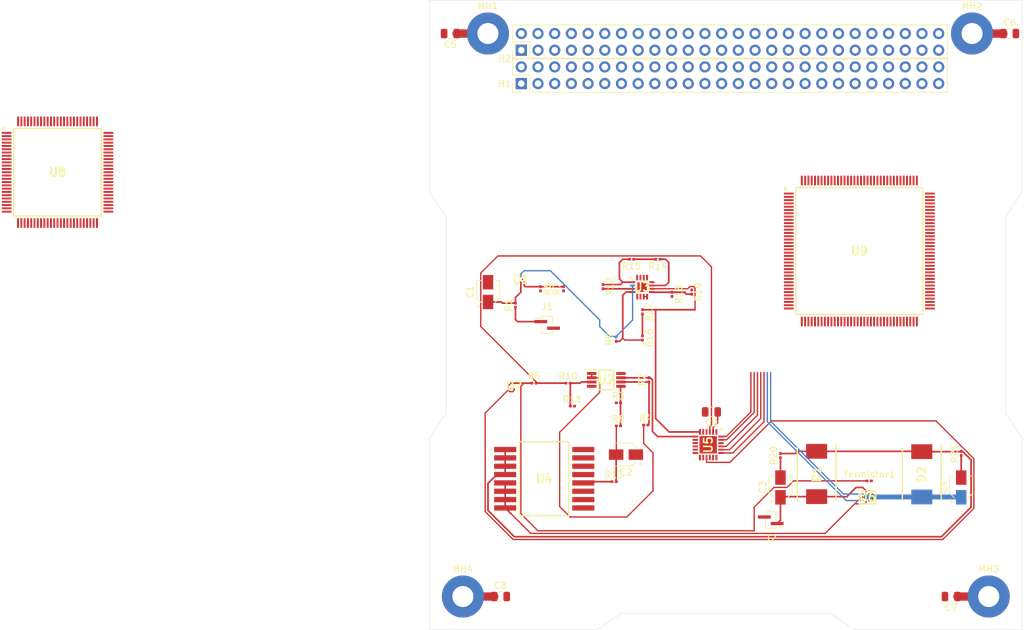
<source format=kicad_pcb>
(kicad_pcb (version 20241229) (generator "pcbnew") (generator_version "9.0")
  (layers (0 "F.Cu" signal) (2 "B.Cu" signal) (13 "F.Paste" user) (15 "B.Paste" user) (5 "F.SilkS" user "F.Silkscreen") (7 "B.SilkS" user "B.Silkscreen") (1 "F.Mask" user) (3 "B.Mask" user) (25 "Edge.Cuts" user))
  (net 0 "")
  (net 1 "GND")
  (net 2 "Net-(U1-+IN)")
  (net 3 "Net-(C2-Pad2)")
  (net 4 "Net-(D1-A)")
  (net 5 "Net-(C3-Pad2)")
  (net 6 "Net-(C4-Pad2)")
  (net 7 "Net-(C5-Pad1)")
  (net 8 "Net-(C6-Pad1)")
  (net 9 "Net-(C7-Pad1)")
  (net 10 "Net-(C8-Pad1)")
  (net 11 "Net-(U5-REGCAP)")
  (net 12 "/+BATTERY")
  (net 69 "+3V3")
  (net 75 "+5V")
  (net 82 "+BATT")
  (net 108 "Net-(J1-Pin_1)")
  (net 109 "/+HALL")
  (net 110 "Net-(U2--IN_B)")
  (net 111 "Net-(U2-+IN_B)")
  (net 112 "Net-(U2--IN_A)")
  (net 113 "Net-(U7-+IN)")
  (net 114 "/REFOUT")
  (net 115 "Net-(U1--IN)")
  (net 116 "Net-(U1-OUT)")
  (net 117 "Net-(U3-+FB)")
  (net 118 "Net-(U2-+IN_A)")
  (net 119 "Net-(U3--IN)")
  (net 120 "Net-(U3--FB)")
  (net 121 "Net-(U4-VIOUT)")
  (net 122 "Net-(R14-Pad2)")
  (net 123 "/-VBAT")
  (net 124 "Net-(R16-Pad1)")
  (net 125 "/+VBAT")
  (net 126 "/VOCM1")
  (net 130 "/+LOAD")
  (net 133 "/OUT CAD")
  (net 134 "/TEMP")
  (net 136 "/RESET")
  (net 140 "/MOSI MC")
  (net 144 "/CLOCK MC")
  (net 145 "/CS")
  (net 147 "/GIOA")
  (net 149 "/CONTROL1")
  (net 153 "/CONTROL2")
  (net 401 "/EPS")
  (footprint "Capacitor_SMD:C_0805_2012Metric" (layer "F.Cu") (at 104.775 55.885 180)
    (property "Reference" "C5")
    (property "Value" "0.1uF")
  )
  (footprint "Capacitor_SMD:C_0805_2012Metric" (layer "F.Cu") (at 189.865 55.885)
    (property "Reference" "C6")
    (property "Value" "0.1uF")
  )
  (footprint "Capacitor_SMD:C_0805_2012Metric" (layer "F.Cu") (at 180.975 141.61 180)
    (property "Reference" "C7")
    (property "Value" "0.1uF")
  )
  (footprint "Capacitor_SMD:C_0805_2012Metric" (layer "F.Cu") (at 112.395 141.61)
    (property "Reference" "C8")
    (property "Value" "0.1uF")
  )
  (footprint "Connector_PinHeader_2.54mm:PinHeader_2x26_P2.54mm_Vertical" (layer "F.Cu") (at 115.57 63.5 90)
    (property "Reference" "H1")
    (property "Value" "Stack Header")
  )
  (footprint "Connector_PinHeader_2.54mm:PinHeader_2x26_P2.54mm_Vertical" (layer "F.Cu") (at 115.57 58.42 90)
    (property "Reference" "H2")
    (property "Value" "Stack Header")
  )
  (footprint "MountingHole:MountingHole_3.2mm_M3_Pad" (layer "F.Cu") (at 110.49 55.88)
    (property "Reference" "MH1")
    (property "Value" "M3")
  )
  (footprint "MountingHole:MountingHole_3.2mm_M3_Pad" (layer "F.Cu") (at 184.15 55.88)
    (property "Reference" "MH2")
    (property "Value" "M3")
  )
  (footprint "MountingHole:MountingHole_3.2mm_M3_Pad" (layer "F.Cu") (at 186.69 141.61)
    (property "Reference" "MH3")
    (property "Value" "M3")
  )
  (footprint "MountingHole:MountingHole_3.2mm_M3_Pad" (layer "F.Cu") (at 106.68 141.61)
    (property "Reference" "MH4")
    (property "Value" "M3")
  )
  (footprint "Resistor_SMD:R_0201_0603Metric" (layer "F.Cu") (at 114.68 97.25 90)
    (property "Reference" "R1")
    (property "Value" "100")
  )
  (footprint "Resistor_SMD:R_0201_0603Metric" (layer "F.Cu") (at 130.345 112.12)
    (property "Reference" "R3")
    (property "Value" "50,5k")
  )
  (footprint "Huellas BMS:AD8605ACBZREEL7" (layer "F.Cu") (at 115.75 93.317)
    (property "Reference" "U1")
    (property "Value" "AD8605ACBZ-REEL7" (hide yes))
  )
  (footprint "Resistor_SMD:R_0201_0603Metric" (layer "F.Cu") (at 136.345 90.25 180)
    (property "Reference" "R14")
    (property "Value" "210")
  )
  (footprint "Resistor_SMD:R_0201_0603Metric" (layer "F.Cu") (at 129.68 124.12)
    (property "Reference" "R13")
    (property "Value" "100")
  )
  (footprint "Huellas BMS:QFP50P1600X1600X160-100N" (layer "F.Cu") (at 45 77)
    (property "Reference" "U8")
    (property "Value" "STM32G474VET6" (hide yes))
  )
  (footprint "Capacitor_SMD:CP_Elec_3x5.3" (layer "F.Cu") (at 155 125 90)
    (property "Reference" "C3")
    (property "Value" "10n")
  )
  (footprint "Huellas BMS:QFP50P2200X2200X160-144N" (layer "F.Cu") (at 167 89)
    (property "Reference" "U9")
    (property "Value" "TMS5703137DPGEQQ1" (hide yes))
  )
  (footprint "Resistor_SMD:R_0201_0603Metric" (layer "F.Cu") (at 134.5 115.5)
    (property "Reference" "R4")
    (property "Value" "80,6K")
  )
  (footprint "Huellas BMS:QFN50P400X400X80-25N-D" (layer "F.Cu") (at 144 118.5 -90)
    (property "Reference" "U5")
    (property "Value" "AD7091R-8BCPZ-RL7" (hide yes))
  )
  (footprint "Resistor_SMD:R_0201_0603Metric" (layer "F.Cu") (at 134 102.2375 -90)
    (property "Reference" "R16")
    (property "Value" "1870")
  )
  (footprint "Resistor_SMD:R_0201_0603Metric" (layer "F.Cu") (at 123.345 112.62)
    (property "Reference" "R11")
    (property "Value" "10K")
  )
  (footprint "Capacitor_SMD:C_0805_2012Metric" (layer "F.Cu") (at 144.5 113.5 180)
    (property "Reference" "C9")
    (property "Value" "10u")
  )
  (footprint "Resistor_SMD:R_0201_0603Metric" (layer "F.Cu") (at 141.5 95.25 -90)
    (property "Reference" "R19")
    (property "Value" "10K")
  )
  (footprint "Huellas BMS:AD8605ACBZREEL7" (layer "F.Cu") (at 114.25 109.553 180)
    (property "Reference" "U7")
    (property "Value" "AD8605ACBZ-REEL7" (hide yes))
  )
  (footprint "Huellas BMS:DIOM8059X256N" (layer "F.Cu") (at 176.5 123 -90)
    (property "Reference" "D2")
    (property "Value" "SS14" (hide yes))
  )
  (footprint "Resistor_SMD:R_0201_0603Metric" (layer "F.Cu") (at 122 94.75 90)
    (property "Reference" "R7")
    (property "Value" "10K")
  )
  (footprint "Capacitor_SMD:CP_Elec_3x5.3" (layer "F.Cu") (at 182.5 125 90)
    (property "Reference" "C4")
    (property "Value" "10n")
  )
  (footprint "Resistor_SMD:R_0201_0603Metric" (layer "F.Cu") (at 155 120.155 90)
    (property "Reference" "R20")
    (property "Value" "10")
  )
  (footprint "Resistor_SMD:R_0201_0603Metric" (layer "F.Cu") (at 122.68 109.12)
    (property "Reference" "R10")
    (property "Value" "40,2K")
  )
  (footprint "Connector_PinSocket_1.00mm:PinSocket_1x02_P1.00mm_Vertical_SMD_Pin1Left" (layer "F.Cu") (at 153.525 130 180)
    (property "Reference" "J2")
    (property "Value" "Battery")
  )
  (footprint "Resistor_SMD:R_0201_0603Metric" (layer "F.Cu") (at 182.5 119.82 90)
    (property "Reference" "R21")
    (property "Value" "10")
  )
  (footprint "Resistor_SMD:R_0201_0603Metric" (layer "F.Cu") (at 117.5 109.12)
    (property "Reference" "R5")
    (property "Value" "10k")
  )
  (footprint "Capacitor_SMD:CP_Elec_3x5.3" (layer "F.Cu") (at 110.5 95.25 90)
    (property "Reference" "C1")
    (property "Value" "1n")
  )
  (footprint "Resistor_SMD:R_0201_0603Metric" (layer "F.Cu") (at 118.5 94.75 -90)
    (property "Reference" "R6")
    (property "Value" "10K")
  )
  (footprint "Huellas BMS:SOP65P490X110-8N" (layer "F.Cu") (at 128.5 108.62)
    (property "Reference" "U2")
    (property "Value" "AD8606ARMZ-REEL" (hide yes))
  )
  (footprint "Resistor_SMD:R_0201_0603Metric" (layer "F.Cu") (at 138.5 95.595 -90)
    (property "Reference" "R18")
    (property "Value" "10K")
  )
  (footprint "Huellas BMS:QFN50P300X300X80-17N-D" (layer "F.Cu") (at 133.95 94.5)
    (property "Reference" "U3")
    (property "Value" "ADA4940-1ACPZ-R7" (hide yes))
  )
  (footprint "Resistor_SMD:R_0201_0603Metric" (layer "F.Cu") (at 132.345 90.25 180)
    (property "Reference" "R15")
    (property "Value" "1870")
  )
  (footprint "Resistor_SMD:R_0201_0603Metric" (layer "F.Cu") (at 130.345 115.62)
    (property "Reference" "R8")
    (property "Value" "80,6K")
  )
  (footprint "Capacitor_SMD:CP_Elec_3x5.3" (layer "F.Cu") (at 131.5 120 180)
    (property "Reference" "C2")
    (property "Value" "1n")
  )
  (footprint "Resistor_SMD:R_0201_0603Metric" (layer "F.Cu") (at 130 102.43 90)
    (property "Reference" "R9")
    (property "Value" "1000")
  )
  (footprint "Huellas BMS:DIOM8059X256N" (layer "F.Cu") (at 160.5 122.95 -90)
    (property "Reference" "D1")
    (property "Value" "SS14" (hide yes))
  )
  (footprint "Resistor_SMD:R_0201_0603Metric" (layer "F.Cu") (at 128 94.43 -90)
    (property "Reference" "R12")
    (property "Value" "1000")
  )
  (footprint "Huellas BMS:BGA12C50P4X3_228X170X62" (layer "F.Cu") (at 168.25 126.5)
    (property "Reference" "U6")
    (property "Value" "CSD86311W1723" (hide yes))
  )
  (footprint "Resistor_SMD:R_0201_0603Metric" (layer "F.Cu") (at 168.5 124)
    (property "Reference" "Termistor1")
    (property "Value" "10k")
  )
  (footprint "Huellas BMS:ACS37002LMCA050U5" (layer "F.Cu") (at 119.057 123.675)
    (property "Reference" "U4")
    (property "Value" "ACS37002LMCATR-050B5" (hide yes))
  )
  (footprint "Connector_PinSocket_1.00mm:PinSocket_1x02_P1.00mm_Vertical_SMD_Pin1Left" (layer "F.Cu") (at 119.5 100.25)
    (property "Reference" "J1")
    (property "Value" "Battery")
  )
  (footprint "Resistor_SMD:R_0201_0603Metric" (layer "F.Cu") (at 134 98.2625 -90)
    (property "Reference" "R17")
    (property "Value" "210")
  )
  (footprint "Resistor_SMD:R_0201_0603Metric" (layer "F.Cu") (at 135 108.62 90)
    (property "Reference" "R2")
    (property "Value" "50,5K")
  )
  (gr_line (start 191.77 146.69) (end 166.37 146.69) (stroke (width 0.05)) (layer "Edge.Cuts"))
  (gr_line (start 127 146.69) (end 130.81 144.15) (stroke (width 0.05)) (layer "Edge.Cuts"))
  (gr_line (start 104.14 83.82) (end 104.14 113.67) (stroke (width 0.05)) (layer "Edge.Cuts"))
  (gr_line (start 191.77 117.48) (end 191.77 146.69) (stroke (width 0.05)) (layer "Edge.Cuts"))
  (gr_line (start 101.6 80.01) (end 101.6 50.8) (stroke (width 0.05)) (layer "Edge.Cuts"))
  (gr_line (start 191.77 80.01) (end 191.77 50.8) (stroke (width 0.05)) (layer "Edge.Cuts"))
  (gr_line (start 101.6 80.01) (end 104.14 83.82) (stroke (width 0.05)) (layer "Edge.Cuts"))
  (gr_line (start 191.77 117.48) (end 189.23 113.67) (stroke (width 0.05)) (layer "Edge.Cuts"))
  (gr_line (start 189.23 113.67) (end 189.23 83.82) (stroke (width 0.05)) (layer "Edge.Cuts"))
  (gr_line (start 130.81 144.145) (end 162.56 144.15) (stroke (width 0.05)) (layer "Edge.Cuts"))
  (gr_line (start 104.14 113.67) (end 101.6 117.48) (stroke (width 0.05)) (layer "Edge.Cuts"))
  (gr_line (start 189.23 83.82) (end 191.77 80.01) (stroke (width 0.05)) (layer "Edge.Cuts"))
  (gr_line (start 162.56 144.15) (end 166.37 146.69) (stroke (width 0.05)) (layer "Edge.Cuts"))
  (gr_line (start 101.6 50.8) (end 191.77 50.8) (stroke (width 0.05)) (layer "Edge.Cuts"))
  (gr_line (start 101.6 146.69) (end 127 146.69) (stroke (width 0.05)) (layer "Edge.Cuts"))
  (gr_line (start 101.6 117.48) (end 101.6 146.69) (stroke (width 0.05)) (layer "Edge.Cuts"))
  (segment (start 114.68 96.93) (end 112.68 96.93) (width 0.25) (layer "F.Cu") (net 2))
  (segment (start 115.5 95.25) (end 115.5 93.75) (width 0.25) (layer "F.Cu") (net 2))
  (segment (start 114.68 96.93) (end 114.68 96.07) (width 0.25) (layer "F.Cu") (net 2))
  (segment (start 112.5 96.75) (end 110.5 96.75) (width 0.25) (layer "F.Cu") (net 2))
  (segment (start 112.68 96.93) (end 112.5 96.75) (width 0.25) (layer "F.Cu") (net 2))
  (segment (start 114.68 96.07) (end 115.5 95.25) (width 0.25) (layer "F.Cu") (net 2))
  (segment (start 130.025 119.975) (end 130 120) (width 0.2) (layer "F.Cu") (net 3))
  (segment (start 130 124.12) (end 130 123.62) (width 0.254) (layer "F.Cu") (net 3))
  (segment (start 130 123.57) (end 130 120) (width 0.254) (layer "F.Cu") (net 3))
  (segment (start 130.025 115.62) (end 130.025 119.975) (width 0.2) (layer "F.Cu") (net 3))
  (segment (start 165.1 126.4) (end 166.5 125) (width 0.254) (layer "F.Cu") (net 4))
  (segment (start 155.5 126.5) (end 155.6 126.4) (width 0.254) (layer "F.Cu") (net 4))
  (segment (start 155 126.5) (end 155 130) (width 0.254) (layer "F.Cu") (net 4))
  (segment (start 160.5 126.4) (end 165.1 126.4) (width 0.254) (layer "F.Cu") (net 4))
  (segment (start 166.5 125) (end 167.5 125) (width 0.254) (layer "F.Cu") (net 4))
  (segment (start 168 125.5) (end 168 126) (width 0.254) (layer "F.Cu") (net 4))
  (segment (start 155 126.5) (end 155.5 126.5) (width 0.254) (layer "F.Cu") (net 4))
  (segment (start 167.5 125) (end 168 125.5) (width 0.254) (layer "F.Cu") (net 4))
  (segment (start 155.6 126.4) (end 160.5 126.4) (width 0.254) (layer "F.Cu") (net 4))
  (segment (start 155 130) (end 154.5 130.5) (width 0.254) (layer "F.Cu") (net 4))
  (segment (start 155 120.475) (end 155 123.5) (width 0.254) (layer "F.Cu") (net 5))
  (segment (start 182.5 120.14) (end 182.5 123.5) (width 0.254) (layer "F.Cu") (net 6))
  (segment (start 110.485 55.885) (end 110.49 55.88) (width 1.27) (layer "F.Cu") (net 7))
  (segment (start 105.725 55.885) (end 110.485 55.885) (width 1.27) (layer "F.Cu") (net 7))
  (segment (start 188.915 55.885) (end 184.155 55.885) (width 1.27) (layer "F.Cu") (net 8))
  (segment (start 184.155 55.885) (end 184.15 55.88) (width 1.27) (layer "F.Cu") (net 8))
  (segment (start 181.925 141.61) (end 186.69 141.61) (width 1.27) (layer "F.Cu") (net 9))
  (segment (start 111.445 141.61) (end 106.68 141.61) (width 1.27) (layer "F.Cu") (net 10))
  (segment (start 145.45 115.173) (end 144.75 115.873) (width 0.2) (layer "F.Cu") (net 11))
  (segment (start 144.75 115.873) (end 144.75 116.55) (width 0.2) (layer "F.Cu") (net 11))
  (segment (start 145.45 113.5) (end 145.45 115.173) (width 0.2) (layer "F.Cu") (net 11))
  (segment (start 111.834 123.04) (end 113.114 123.04) (width 0.254) (layer "F.Cu") (net 12))
  (segment (start 113.114 119.23) (end 113.114 120.5) (width 0.254) (layer "F.Cu") (net 12))
  (segment (start 182.699999 119.5) (end 184 120.800001) (width 0.254) (layer "F.Cu") (net 12))
  (segment (start 113.114 123.04) (end 113.114 121.77) (width 0.254) (layer "F.Cu") (net 12))
  (segment (start 184 128) (end 179.5 132.5) (width 0.254) (layer "F.Cu") (net 12))
  (segment (start 176.45 119.5) (end 176.5 119.55) (width 0.254) (layer "F.Cu") (net 12))
  (segment (start 157.5 119.5) (end 157.335 119.835) (width 0.254) (layer "F.Cu") (net 12))
  (segment (start 182.45 119.55) (end 182.5 119.5) (width 0.254) (layer "F.Cu") (net 12))
  (segment (start 184 120.800001) (end 184 128) (width 0.254) (layer "F.Cu") (net 12))
  (segment (start 179.5 132.5) (end 114.5 132.5) (width 0.254) (layer "F.Cu") (net 12))
  (segment (start 113.114 121.77) (end 113.114 120.5) (width 0.254) (layer "F.Cu") (net 12))
  (segment (start 160.5 119.5) (end 157.5 119.5) (width 0.254) (layer "F.Cu") (net 12))
  (segment (start 110.5 124.374) (end 111.834 123.04) (width 0.254) (layer "F.Cu") (net 12))
  (segment (start 182.5 119.5) (end 182.699999 119.5) (width 0.254) (layer "F.Cu") (net 12))
  (segment (start 114.5 132.5) (end 110.5 128.5) (width 0.254) (layer "F.Cu") (net 12))
  (segment (start 157.335 119.835) (end 155 119.835) (width 0.254) (layer "F.Cu") (net 12))
  (segment (start 176.5 119.55) (end 182.45 119.55) (width 0.254) (layer "F.Cu") (net 12))
  (segment (start 160.5 119.5) (end 176.45 119.5) (width 0.254) (layer "F.Cu") (net 12))
  (segment (start 110.5 128.5) (end 110.5 124.374) (width 0.254) (layer "F.Cu") (net 12))
  (segment (start 134.7 95.95) (end 134.2 95.95) (width 0.2) (layer "F.Cu") (net 75))
  (segment (start 114.68 99.43) (end 115 99.75) (width 0.25) (layer "F.Cu") (net 108))
  (segment (start 115 99.75) (end 118.525 99.75) (width 0.25) (layer "F.Cu") (net 108))
  (segment (start 114.68 97.57) (end 114.68 99.43) (width 0.25) (layer "F.Cu") (net 108))
  (segment (start 135 108.3) (end 135.199999 108.3) (width 0.25) (layer "F.Cu") (net 109))
  (segment (start 135.199999 108.3) (end 135.526 108.626001) (width 0.25) (layer "F.Cu") (net 109))
  (segment (start 135.526 108.626001) (end 135.526 116.474) (width 0.25) (layer "F.Cu") (net 109))
  (segment (start 130.73 108.3) (end 130.725 108.295) (width 0.25) (layer "F.Cu") (net 109))
  (segment (start 135 108.3) (end 130.73 108.3) (width 0.25) (layer "F.Cu") (net 109))
  (segment (start 135.526 116.474) (end 136.302 117.25) (width 0.25) (layer "F.Cu") (net 109))
  (segment (start 136.302 117.25) (end 142.05 117.25) (width 0.25) (layer "F.Cu") (net 109))
  (segment (start 135 115.32) (end 134.82 115.5) (width 0.25) (layer "F.Cu") (net 110))
  (segment (start 135 108.94) (end 130.73 108.94) (width 0.25) (layer "F.Cu") (net 110))
  (segment (start 130.73 108.94) (end 130.725 108.945) (width 0.25) (layer "F.Cu") (net 110))
  (segment (start 135 108.94) (end 135 115.32) (width 0.25) (layer "F.Cu") (net 110))
  (segment (start 130.665 112.12) (end 130.665 115.62) (width 0.254) (layer "F.Cu") (net 111))
  (segment (start 130.665 109.655) (end 130.725 109.595) (width 0.254) (layer "F.Cu") (net 111))
  (segment (start 130.665 112.12) (end 130.665 109.655) (width 0.254) (layer "F.Cu") (net 111))
  (segment (start 134.18 118.298) (end 134.18 115.5) (width 0.2) (layer "F.Cu") (net 112))
  (segment (start 127.2 108.295) (end 127.5 108.595) (width 0.2) (layer "F.Cu") (net 112))
  (segment (start 127.5 108.595) (end 127.5 110.5) (width 0.2) (layer "F.Cu") (net 112))
  (segment (start 127.5 110.5) (end 121.401 116.599) (width 0.2) (layer "F.Cu") (net 112))
  (segment (start 126.275 108.295) (end 127.2 108.295) (width 0.2) (layer "F.Cu") (net 112))
  (segment (start 121.401 116.599) (end 121.401 127.901) (width 0.2) (layer "F.Cu") (net 112))
  (segment (start 126.275 107.645) (end 126.275 108.295) (width 0.2) (layer "F.Cu") (net 112))
  (segment (start 131.622 129.5) (end 135.601 125.521) (width 0.2) (layer "F.Cu") (net 112))
  (segment (start 135.601 119.719) (end 134.18 118.298) (width 0.2) (layer "F.Cu") (net 112))
  (segment (start 121.401 127.901) (end 123 129.5) (width 0.2) (layer "F.Cu") (net 112))
  (segment (start 123 129.5) (end 131.622 129.5) (width 0.2) (layer "F.Cu") (net 112))
  (segment (start 135.601 125.521) (end 135.601 119.719) (width 0.2) (layer "F.Cu") (net 112))
  (segment (start 168.18 124) (end 157.002 124) (width 0.2) (layer "F.Cu") (net 113))
  (segment (start 115.5 129) (end 115.5 109.62) (width 0.2) (layer "F.Cu") (net 113))
  (segment (start 116 109.12) (end 114.5 109.12) (width 0.254) (layer "F.Cu") (net 113))
  (segment (start 157.002 124) (end 156.002 125) (width 0.2) (layer "F.Cu") (net 113))
  (segment (start 153.998 125) (end 151 127.998) (width 0.2) (layer "F.Cu") (net 113))
  (segment (start 117.18 109.12) (end 116 109.12) (width 0.254) (layer "F.Cu") (net 113))
  (segment (start 151 131.599) (end 118.099 131.599) (width 0.2) (layer "F.Cu") (net 113))
  (segment (start 118.099 131.599) (end 115.5 129) (width 0.2) (layer "F.Cu") (net 113))
  (segment (start 156.002 125) (end 153.998 125) (width 0.2) (layer "F.Cu") (net 113))
  (segment (start 115.5 109.62) (end 116 109.12) (width 0.2) (layer "F.Cu") (net 113))
  (segment (start 151 127.998) (end 151 131.599) (width 0.2) (layer "F.Cu") (net 113))
  (segment (start 111.999 89.749) (end 109.399 92.349) (width 0.2) (layer "F.Cu") (net 114))
  (segment (start 144.5 91.401) (end 142.848 89.749) (width 0.2) (layer "F.Cu") (net 114))
  (segment (start 117.82 109.12) (end 122.36 109.12) (width 0.254) (layer "F.Cu") (net 114))
  (segment (start 109.399 92.349) (end 109.399 100.499001) (width 0.2) (layer "F.Cu") (net 114))
  (segment (start 144.25 116.55) (end 144.25 115.75) (width 0.2) (layer "F.Cu") (net 114))
  (segment (start 144.5 115.5) (end 144.5 91.401) (width 0.2) (layer "F.Cu") (net 114))
  (segment (start 117.82 108.920001) (end 117.82 109.12) (width 0.2) (layer "F.Cu") (net 114))
  (segment (start 109.399 100.499001) (end 117.82 108.920001) (width 0.2) (layer "F.Cu") (net 114))
  (segment (start 144.25 115.75) (end 144.5 115.5) (width 0.2) (layer "F.Cu") (net 114))
  (segment (start 142.848 89.749) (end 111.999 89.749) (width 0.2) (layer "F.Cu") (net 114))
  (segment (start 116.18 94.43) (end 116 94.25) (width 0.25) (layer "F.Cu") (net 115))
  (segment (start 116 94.25) (end 116 93.75) (width 0.25) (layer "F.Cu") (net 115))
  (segment (start 118.5 94.43) (end 116.18 94.43) (width 0.25) (layer "F.Cu") (net 115))
  (segment (start 122 94.43) (end 118.5 94.43) (width 0.25) (layer "F.Cu") (net 115))
  (segment (start 130 102) (end 129 102) (width 0.2) (layer "B.Cu") (net 116))
  (segment (start 132.5 94.25) (end 132.5 99.5) (width 0.2) (layer "B.Cu") (net 116))
  (segment (start 127.5 100.5) (end 127.5 99.5) (width 0.2) (layer "B.Cu") (net 116))
  (segment (start 115.5 92.5) (end 115.5 92.884) (width 0.2) (layer "B.Cu") (net 116))
  (segment (start 127.5 99.5) (end 120 92) (width 0.2) (layer "B.Cu") (net 116))
  (segment (start 129 102) (end 127.5 100.5) (width 0.2) (layer "B.Cu") (net 116))
  (segment (start 120 92) (end 116 92) (width 0.2) (layer "B.Cu") (net 116))
  (segment (start 132.5 99.5) (end 130 102) (width 0.2) (layer "B.Cu") (net 116))
  (segment (start 116 92) (end 115.5 92.5) (width 0.2) (layer "B.Cu") (net 116))
  (segment (start 134 102.5575) (end 131.3075 102.5575) (width 0.2) (layer "F.Cu") (net 117))
  (segment (start 131 98.25) (end 131 95.75) (width 0.254) (layer "F.Cu") (net 117))
  (segment (start 131 102.25) (end 131 98.25) (width 0.254) (layer "F.Cu") (net 117))
  (segment (start 130 102.75) (end 130.5 102.75) (width 0.254) (layer "F.Cu") (net 117))
  (segment (start 131.3075 102.5575) (end 131 102.25) (width 0.2) (layer "F.Cu") (net 117))
  (segment (start 131 95.75) (end 131.5 95.25) (width 0.254) (layer "F.Cu") (net 117))
  (segment (start 130.5 102.75) (end 131 102.25) (width 0.254) (layer "F.Cu") (net 117))
  (segment (start 131.5 95.25) (end 132.5 95.25) (width 0.254) (layer "F.Cu") (net 117))
  (segment (start 123.025 112.62) (end 123.025 109.145) (width 0.254) (layer "F.Cu") (net 118))
  (segment (start 123.025 109.145) (end 123 109.12) (width 0.254) (layer "F.Cu") (net 118))
  (segment (start 124.5 109.12) (end 123 109.12) (width 0.254) (layer "F.Cu") (net 118))
  (segment (start 124.675 108.945) (end 124.5 109.12) (width 0.254) (layer "F.Cu") (net 118))
  (segment (start 126.275 108.945) (end 124.675 108.945) (width 0.254) (layer "F.Cu") (net 118))
  (segment (start 132.5 94.75) (end 128 94.75) (width 0.254) (layer "F.Cu") (net 119))
  (segment (start 131 93.75) (end 132.5 93.75) (width 0.254) (layer "F.Cu") (net 120))
  (segment (start 128 94.11) (end 130.64 94.11) (width 0.254) (layer "F.Cu") (net 120))
  (segment (start 132.025 90.25) (end 131 90.25) (width 0.254) (layer "F.Cu") (net 120))
  (segment (start 130.64 94.11) (end 131 93.75) (width 0.254) (layer "F.Cu") (net 120))
  (segment (start 130.5 90.75) (end 130.5 93.25) (width 0.254) (layer "F.Cu") (net 120))
  (segment (start 131 90.25) (end 130.5 90.75) (width 0.254) (layer "F.Cu") (net 120))
  (segment (start 130.5 93.25) (end 131 93.75) (width 0.254) (layer "F.Cu") (net 120))
  (segment (start 125.19 124.12) (end 125 124.31) (width 0.254) (layer "F.Cu") (net 121))
  (segment (start 129.36 124.12) (end 125.19 124.12) (width 0.254) (layer "F.Cu") (net 121))
  (segment (start 136.025 90.25) (end 132.665 90.25) (width 0.254) (layer "F.Cu") (net 122))
  (segment (start 138 90.75) (end 138 93.75) (width 0.254) (layer "F.Cu") (net 123))
  (segment (start 137.5 90.25) (end 138 90.75) (width 0.254) (layer "F.Cu") (net 123))
  (segment (start 136.665 90.25) (end 137.5 90.25) (width 0.254) (layer "F.Cu") (net 123))
  (segment (start 138 93.75) (end 137.5 94.25) (width 0.254) (layer "F.Cu") (net 123))
  (segment (start 137.5 94.25) (end 135.4 94.25) (width 0.254) (layer "F.Cu") (net 123))
  (segment (start 134 98.5825) (end 134 101.9175) (width 0.254) (layer "F.Cu") (net 124))
  (segment (start 141.23113 94.399) (end 141.76887 94.399) (width 0.2) (layer "F.Cu") (net 125))
  (segment (start 136 114.5) (end 138.05 116.55) (width 0.254) (layer "F.Cu") (net 125))
  (segment (start 136 97.9425) (end 142 97.9425) (width 0.254) (layer "F.Cu") (net 125))
  (segment (start 135.406 94.744) (end 140.88613 94.744) (width 0.2) (layer "F.Cu") (net 125))
  (segment (start 134 97.9425) (end 136 97.9425) (width 0.254) (layer "F.Cu") (net 125))
  (segment (start 142 94.63013) (end 142 97.9425) (width 0.2) (layer "F.Cu") (net 125))
  (segment (start 140.88613 94.744) (end 141.23113 94.399) (width 0.2) (layer "F.Cu") (net 125))
  (segment (start 141.76887 94.399) (end 142 94.63013) (width 0.2) (layer "F.Cu") (net 125))
  (segment (start 138.05 116.55) (end 142.75 116.55) (width 0.254) (layer "F.Cu") (net 125))
  (segment (start 135.4 94.75) (end 135.406 94.744) (width 0.2) (layer "F.Cu") (net 125))
  (segment (start 136 97.9425) (end 136 114.5) (width 0.254) (layer "F.Cu") (net 125))
  (segment (start 140.475 95.275) (end 138.5 95.275) (width 0.25) (layer "F.Cu") (net 126))
  (segment (start 141.5 95.57) (end 140.665 95.57) (width 0.25) (layer "F.Cu") (net 126))
  (segment (start 140.475 95.275) (end 140.475 95.38) (width 0.25) (layer "F.Cu") (net 126))
  (segment (start 138.5 95.275) (end 135.425 95.275) (width 0.25) (layer "F.Cu") (net 126))
  (segment (start 140.475 95.38) (end 140.665 95.57) (width 0.25) (layer "F.Cu") (net 126))
  (segment (start 135.425 95.275) (end 135.4 95.25) (width 0.25) (layer "F.Cu") (net 126))
  (segment (start 167.5 126.5) (end 167.289283 126.5) (width 0.2) (layer "F.Cu") (net 130))
  (segment (start 166.5 127.5) (end 166.394641 127.394641) (width 0.2) (layer "F.Cu") (net 130))
  (segment (start 161.789282 132) (end 117 132) (width 0.2) (layer "F.Cu") (net 130))
  (segment (start 167.289283 126.5) (end 166.394641 127.394641) (width 0.2) (layer "F.Cu") (net 130))
  (segment (start 117 132) (end 114 129) (width 0.2) (layer "F.Cu") (net 130))
  (segment (start 113.114 124.31) (end 113.114 125.58) (width 0.254) (layer "F.Cu") (net 130))
  (segment (start 168 127) (end 168 127.5) (width 0.2) (layer "F.Cu") (net 130))
  (segment (start 113.114 125.58) (end 113.114 126.85) (width 0.254) (layer "F.Cu") (net 130))
  (segment (start 113.114 128.12) (end 113.114 126.85) (width 0.254) (layer "F.Cu") (net 130))
  (segment (start 166.394641 127.394641) (end 161.789282 132) (width 0.2) (layer "F.Cu") (net 130))
  (segment (start 168 127.5) (end 166.5 127.5) (width 0.2) (layer "F.Cu") (net 130))
  (segment (start 113.114 128.12) (end 113.12 128.12) (width 0.254) (layer "F.Cu") (net 130))
  (segment (start 113.12 128.12) (end 114 129) (width 0.254) (layer "F.Cu") (net 130))
  (segment (start 147.75 119.75) (end 152.5 115) (width 0.2) (layer "F.Cu") (net 133))
  (segment (start 152.5 115) (end 152.5 107.5) (width 0.2) (layer "F.Cu") (net 133))
  (segment (start 145.95 119.75) (end 147.75 119.75) (width 0.2) (layer "F.Cu") (net 133))
  (segment (start 184.428 128.177283) (end 184.428 120.622718) (width 0.2) (layer "F.Cu") (net 134))
  (segment (start 114 109.12) (end 113.569 109.551) (width 0.2) (layer "F.Cu") (net 134))
  (segment (start 114.322716 132.928) (end 179.677283 132.928) (width 0.2) (layer "F.Cu") (net 134))
  (segment (start 114.5 110.169847) (end 114.5 109.986) (width 0.2) (layer "F.Cu") (net 134))
  (segment (start 113.821473 110.417) (end 114.252847 110.417) (width 0.2) (layer "F.Cu") (net 134))
  (segment (start 114.252847 110.417) (end 114.5 110.169847) (width 0.2) (layer "F.Cu") (net 134))
  (segment (start 147.324 121.176) (end 143.799 121.176) (width 0.2) (layer "F.Cu") (net 134))
  (segment (start 113.569 110.164527) (end 110.072 113.661527) (width 0.2) (layer "F.Cu") (net 134))
  (segment (start 178.668152 114.86287) (end 153.63713 114.86287) (width 0.2) (layer "F.Cu") (net 134))
  (segment (start 179.677283 132.928) (end 184.428 128.177283) (width 0.2) (layer "F.Cu") (net 134))
  (segment (start 143.799 121.176) (end 143.75 121.127) (width 0.2) (layer "F.Cu") (net 134))
  (segment (start 113.569 109.551) (end 113.569 110.164527) (width 0.2) (layer "F.Cu") (net 134))
  (segment (start 110.072 113.661527) (end 110.072 128.677283) (width 0.2) (layer "F.Cu") (net 134))
  (segment (start 113.569 110.164527) (end 113.821473 110.417) (width 0.2) (layer "F.Cu") (net 134))
  (segment (start 153.63713 114.86287) (end 147.324 121.176) (width 0.2) (layer "F.Cu") (net 134))
  (segment (start 110.072 128.677283) (end 114.322716 132.928) (width 0.2) (layer "F.Cu") (net 134))
  (segment (start 143.75 121.127) (end 143.75 120.45) (width 0.2) (layer "F.Cu") (net 134))
  (segment (start 184.428 120.622718) (end 178.668152 114.86287) (width 0.2) (layer "F.Cu") (net 134))
  (segment (start 145.95 117.25) (end 146.75 117.25) (width 0.2) (layer "F.Cu") (net 136))
  (segment (start 150.5 113.5) (end 150.5 107.5) (width 0.2) (layer "F.Cu") (net 136))
  (segment (start 146.75 117.25) (end 150.5 113.5) (width 0.2) (layer "F.Cu") (net 136))
  (segment (start 147.25 119.25) (end 152 114.5) (width 0.2) (layer "F.Cu") (net 144))
  (segment (start 152 114.5) (end 152 107.5) (width 0.2) (layer "F.Cu") (net 144))
  (segment (start 145.95 119.25) (end 147.25 119.25) (width 0.2) (layer "F.Cu") (net 144))
  (segment (start 145.95 117.75) (end 146.8171 117.75) (width 0.2) (layer "F.Cu") (net 145))
  (segment (start 146.8171 117.75) (end 151 113.5671) (width 0.2) (layer "F.Cu") (net 145))
  (segment (start 151 113.5671) (end 151 107.5) (width 0.2) (layer "F.Cu") (net 145))
  (segment (start 145.95 118.75) (end 146.75 118.75) (width 0.2) (layer "F.Cu") (net 147))
  (segment (start 151.5 114) (end 151.5 107.5) (width 0.2) (layer "F.Cu") (net 147))
  (segment (start 146.75 118.75) (end 151.5 114) (width 0.2) (layer "F.Cu") (net 147))
  (segment (start 153.53355 114.96645) (end 153.5 114.9329) (width 0.2) (layer "B.Cu") (net 149))
  (segment (start 153.5 114.9329) (end 153.5 107.5) (width 0.2) (layer "B.Cu") (net 149))
  (segment (start 164.5671 126) (end 153.53355 114.96645) (width 0.2) (layer "B.Cu") (net 149))
  (segment (start 167.5 126) (end 164.5671 126) (width 0.2) (layer "B.Cu") (net 149))
  (segment (start 153 115) (end 153 107.5) (width 0.2) (layer "B.Cu") (net 153))
  (segment (start 167.5 127) (end 165 127) (width 0.2) (layer "B.Cu") (net 153))
  (segment (start 165 127) (end 153 115) (width 0.2) (layer "B.Cu") (net 153))
  (segment (start 176.55 126.5) (end 176.5 126.45) (width 0.254) (layer "F.Cu") (net 401))
  (segment (start 181.95 126.45) (end 176.5 126.45) (width 0.75) (layer "B.Cu") (net 401))
  (segment (start 176.5 126.45) (end 168.05 126.45) (width 0.75) (layer "B.Cu") (net 401))
  (segment (start 168.05 126.45) (end 168 126.5) (width 0.2) (layer "B.Cu") (net 401))
  (segment (start 182 126.5) (end 181.95 126.45) (width 0.2) (layer "B.Cu") (net 401))
  (segment (start 182.5 126.5) (end 182 126.5) (width 0.2) (layer "B.Cu") (net 401))
)
</source>
